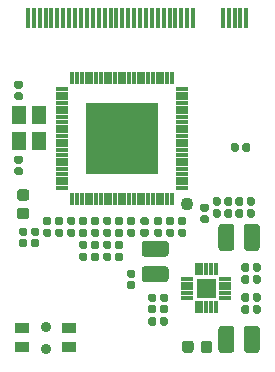
<source format=gbr>
%TF.GenerationSoftware,KiCad,Pcbnew,(5.1.6)-1*%
%TF.CreationDate,2020-09-21T21:17:43+08:00*%
%TF.ProjectId,f1c200s_core,66316332-3030-4735-9f63-6f72652e6b69,rev?*%
%TF.SameCoordinates,Original*%
%TF.FileFunction,Soldermask,Top*%
%TF.FilePolarity,Negative*%
%FSLAX46Y46*%
G04 Gerber Fmt 4.6, Leading zero omitted, Abs format (unit mm)*
G04 Created by KiCad (PCBNEW (5.1.6)-1) date 2020-09-21 21:17:43*
%MOMM*%
%LPD*%
G01*
G04 APERTURE LIST*
%ADD10C,1.100000*%
%ADD11R,0.450000X1.700000*%
%ADD12C,0.900000*%
%ADD13R,1.300000X0.900000*%
%ADD14R,1.300000X1.500000*%
%ADD15C,2.600000*%
%ADD16R,3.100000X3.100000*%
%ADD17O,0.360000X1.100000*%
%ADD18O,1.100000X0.360000*%
%ADD19O,1.100000X0.400000*%
%ADD20O,0.400000X1.100000*%
%ADD21R,0.850000X0.850000*%
%ADD22C,1.300000*%
G04 APERTURE END LIST*
D10*
%TO.C,TP2*%
X105361000Y-64218000D03*
%TD*%
D11*
%TO.C,NGFF*%
X102420000Y-48470000D03*
X103420000Y-48470000D03*
X102920000Y-48470000D03*
X103920000Y-48470000D03*
X104420000Y-48470000D03*
X104920000Y-48470000D03*
X105420000Y-48470000D03*
X105920000Y-48470000D03*
X101920000Y-48470000D03*
X110420000Y-48470000D03*
X109920000Y-48470000D03*
X109420000Y-48470000D03*
X108920000Y-48470000D03*
X108420000Y-48470000D03*
X101420000Y-48470000D03*
X100920000Y-48470000D03*
X100420000Y-48470000D03*
X99920000Y-48470000D03*
X99420000Y-48470000D03*
X98920000Y-48470000D03*
X98420000Y-48470000D03*
X97920000Y-48470000D03*
X97420000Y-48470000D03*
X96920000Y-48470000D03*
X96420000Y-48470000D03*
X95920000Y-48470000D03*
X95420000Y-48470000D03*
X94920000Y-48470000D03*
X94420000Y-48470000D03*
X93920000Y-48470000D03*
X93420000Y-48470000D03*
X92920000Y-48470000D03*
X92420000Y-48470000D03*
X91920000Y-48470000D03*
%TD*%
%TO.C,R18*%
G36*
G01*
X103778000Y-73926500D02*
X103778000Y-74321500D01*
G75*
G02*
X103605500Y-74494000I-172500J0D01*
G01*
X103260500Y-74494000D01*
G75*
G02*
X103088000Y-74321500I0J172500D01*
G01*
X103088000Y-73926500D01*
G75*
G02*
X103260500Y-73754000I172500J0D01*
G01*
X103605500Y-73754000D01*
G75*
G02*
X103778000Y-73926500I0J-172500D01*
G01*
G37*
G36*
G01*
X102808000Y-73926500D02*
X102808000Y-74321500D01*
G75*
G02*
X102635500Y-74494000I-172500J0D01*
G01*
X102290500Y-74494000D01*
G75*
G02*
X102118000Y-74321500I0J172500D01*
G01*
X102118000Y-73926500D01*
G75*
G02*
X102290500Y-73754000I172500J0D01*
G01*
X102635500Y-73754000D01*
G75*
G02*
X102808000Y-73926500I0J-172500D01*
G01*
G37*
%TD*%
%TO.C,D2*%
G36*
G01*
X107525000Y-76001750D02*
X107525000Y-76564250D01*
G75*
G02*
X107281250Y-76808000I-243750J0D01*
G01*
X106793750Y-76808000D01*
G75*
G02*
X106550000Y-76564250I0J243750D01*
G01*
X106550000Y-76001750D01*
G75*
G02*
X106793750Y-75758000I243750J0D01*
G01*
X107281250Y-75758000D01*
G75*
G02*
X107525000Y-76001750I0J-243750D01*
G01*
G37*
G36*
G01*
X105950000Y-76001750D02*
X105950000Y-76564250D01*
G75*
G02*
X105706250Y-76808000I-243750J0D01*
G01*
X105218750Y-76808000D01*
G75*
G02*
X104975000Y-76564250I0J243750D01*
G01*
X104975000Y-76001750D01*
G75*
G02*
X105218750Y-75758000I243750J0D01*
G01*
X105706250Y-75758000D01*
G75*
G02*
X105950000Y-76001750I0J-243750D01*
G01*
G37*
%TD*%
%TO.C,D1*%
G36*
G01*
X91236750Y-62943000D02*
X91799250Y-62943000D01*
G75*
G02*
X92043000Y-63186750I0J-243750D01*
G01*
X92043000Y-63674250D01*
G75*
G02*
X91799250Y-63918000I-243750J0D01*
G01*
X91236750Y-63918000D01*
G75*
G02*
X90993000Y-63674250I0J243750D01*
G01*
X90993000Y-63186750D01*
G75*
G02*
X91236750Y-62943000I243750J0D01*
G01*
G37*
G36*
G01*
X91236750Y-64518000D02*
X91799250Y-64518000D01*
G75*
G02*
X92043000Y-64761750I0J-243750D01*
G01*
X92043000Y-65249250D01*
G75*
G02*
X91799250Y-65493000I-243750J0D01*
G01*
X91236750Y-65493000D01*
G75*
G02*
X90993000Y-65249250I0J243750D01*
G01*
X90993000Y-64761750D01*
G75*
G02*
X91236750Y-64518000I243750J0D01*
G01*
G37*
%TD*%
D12*
%TO.C,SW1*%
X93423000Y-74621000D03*
X93423000Y-76421000D03*
D13*
X91423000Y-76321000D03*
X95423000Y-76321000D03*
X91423000Y-74721000D03*
X95423000Y-74721000D03*
%TD*%
D14*
%TO.C,Y1*%
X92876000Y-58841000D03*
X92876000Y-56641000D03*
X91176000Y-56641000D03*
X91176000Y-58841000D03*
%TD*%
D15*
%TO.C,U3*%
X99900000Y-58630000D03*
D16*
X98400000Y-57130000D03*
X98400000Y-60130000D03*
X101400000Y-57130000D03*
X101400000Y-60130000D03*
D17*
X104100000Y-63730000D03*
X103700000Y-63730000D03*
X103300000Y-63730000D03*
X102900000Y-63730000D03*
X102500000Y-63730000D03*
X102100000Y-63730000D03*
X101700000Y-63730000D03*
X101300000Y-63730000D03*
X100900000Y-63730000D03*
X100500000Y-63730000D03*
X100100000Y-63730000D03*
X99700000Y-63730000D03*
X99300000Y-63730000D03*
X98900000Y-63730000D03*
X98500000Y-63730000D03*
X98100000Y-63730000D03*
X97700000Y-63730000D03*
X97300000Y-63730000D03*
X96900000Y-63730000D03*
X96500000Y-63730000D03*
X96100000Y-63730000D03*
X95700000Y-63730000D03*
D18*
X94800000Y-62830000D03*
X94800000Y-62430000D03*
X94800000Y-62030000D03*
X94800000Y-61630000D03*
X94800000Y-61230000D03*
X94800000Y-60830000D03*
X94800000Y-60430000D03*
X94800000Y-60030000D03*
X94800000Y-59630000D03*
X94800000Y-59230000D03*
X94800000Y-58830000D03*
X94800000Y-58430000D03*
X94800000Y-58030000D03*
X94800000Y-57630000D03*
X94800000Y-57230000D03*
X94800000Y-56830000D03*
X94800000Y-56430000D03*
X94800000Y-56030000D03*
X94800000Y-55630000D03*
X94800000Y-55230000D03*
X94800000Y-54830000D03*
X94800000Y-54430000D03*
D17*
X95700000Y-53530000D03*
X96100000Y-53530000D03*
X96500000Y-53530000D03*
X96900000Y-53530000D03*
X97300000Y-53530000D03*
X97700000Y-53530000D03*
X98100000Y-53530000D03*
X98500000Y-53530000D03*
X98900000Y-53530000D03*
X99300000Y-53530000D03*
X99700000Y-53530000D03*
X100100000Y-53530000D03*
X100500000Y-53530000D03*
X100900000Y-53530000D03*
X101300000Y-53530000D03*
X101700000Y-53530000D03*
X102100000Y-53530000D03*
X102500000Y-53530000D03*
X102900000Y-53530000D03*
X103300000Y-53530000D03*
X103700000Y-53530000D03*
X104100000Y-53530000D03*
D18*
X105000000Y-54430000D03*
X105000000Y-54830000D03*
X105000000Y-55230000D03*
X105000000Y-55630000D03*
X105000000Y-56030000D03*
X105000000Y-56430000D03*
X105000000Y-56830000D03*
X105000000Y-57230000D03*
X105000000Y-57630000D03*
X105000000Y-58030000D03*
X105000000Y-58430000D03*
X105000000Y-58830000D03*
X105000000Y-59230000D03*
X105000000Y-59630000D03*
X105000000Y-60030000D03*
X105000000Y-60430000D03*
X105000000Y-60830000D03*
X105000000Y-61230000D03*
X105000000Y-61630000D03*
X105000000Y-62030000D03*
X105000000Y-62430000D03*
X105000000Y-62830000D03*
%TD*%
D19*
%TO.C,U2*%
X108612000Y-72130000D03*
X108612000Y-71730000D03*
X108612000Y-71330000D03*
X108612000Y-70930000D03*
X108612000Y-70530000D03*
D20*
X107812000Y-69730000D03*
X107412000Y-69730000D03*
X107012000Y-69730000D03*
X106612000Y-69730000D03*
X106212000Y-69730000D03*
D19*
X105412000Y-70530000D03*
X105412000Y-70930000D03*
X105412000Y-71330000D03*
X105412000Y-71730000D03*
X105412000Y-72130000D03*
D20*
X106212000Y-72930000D03*
X106612000Y-72930000D03*
X107012000Y-72930000D03*
X107412000Y-72930000D03*
X107812000Y-72930000D03*
D21*
X107387000Y-71705000D03*
X107387000Y-70955000D03*
X106637000Y-71705000D03*
X106637000Y-70955000D03*
D22*
X107012000Y-71330000D03*
%TD*%
%TO.C,R15*%
G36*
G01*
X98308000Y-67844500D02*
X98308000Y-67449500D01*
G75*
G02*
X98480500Y-67277000I172500J0D01*
G01*
X98825500Y-67277000D01*
G75*
G02*
X98998000Y-67449500I0J-172500D01*
G01*
X98998000Y-67844500D01*
G75*
G02*
X98825500Y-68017000I-172500J0D01*
G01*
X98480500Y-68017000D01*
G75*
G02*
X98308000Y-67844500I0J172500D01*
G01*
G37*
G36*
G01*
X99278000Y-67844500D02*
X99278000Y-67449500D01*
G75*
G02*
X99450500Y-67277000I172500J0D01*
G01*
X99795500Y-67277000D01*
G75*
G02*
X99968000Y-67449500I0J-172500D01*
G01*
X99968000Y-67844500D01*
G75*
G02*
X99795500Y-68017000I-172500J0D01*
G01*
X99450500Y-68017000D01*
G75*
G02*
X99278000Y-67844500I0J172500D01*
G01*
G37*
%TD*%
%TO.C,R14*%
G36*
G01*
X103766500Y-65293000D02*
X104161500Y-65293000D01*
G75*
G02*
X104334000Y-65465500I0J-172500D01*
G01*
X104334000Y-65810500D01*
G75*
G02*
X104161500Y-65983000I-172500J0D01*
G01*
X103766500Y-65983000D01*
G75*
G02*
X103594000Y-65810500I0J172500D01*
G01*
X103594000Y-65465500D01*
G75*
G02*
X103766500Y-65293000I172500J0D01*
G01*
G37*
G36*
G01*
X103766500Y-66263000D02*
X104161500Y-66263000D01*
G75*
G02*
X104334000Y-66435500I0J-172500D01*
G01*
X104334000Y-66780500D01*
G75*
G02*
X104161500Y-66953000I-172500J0D01*
G01*
X103766500Y-66953000D01*
G75*
G02*
X103594000Y-66780500I0J172500D01*
G01*
X103594000Y-66435500D01*
G75*
G02*
X103766500Y-66263000I172500J0D01*
G01*
G37*
%TD*%
%TO.C,R13*%
G36*
G01*
X91320500Y-66182000D02*
X91715500Y-66182000D01*
G75*
G02*
X91888000Y-66354500I0J-172500D01*
G01*
X91888000Y-66699500D01*
G75*
G02*
X91715500Y-66872000I-172500J0D01*
G01*
X91320500Y-66872000D01*
G75*
G02*
X91148000Y-66699500I0J172500D01*
G01*
X91148000Y-66354500D01*
G75*
G02*
X91320500Y-66182000I172500J0D01*
G01*
G37*
G36*
G01*
X91320500Y-67152000D02*
X91715500Y-67152000D01*
G75*
G02*
X91888000Y-67324500I0J-172500D01*
G01*
X91888000Y-67669500D01*
G75*
G02*
X91715500Y-67842000I-172500J0D01*
G01*
X91320500Y-67842000D01*
G75*
G02*
X91148000Y-67669500I0J172500D01*
G01*
X91148000Y-67324500D01*
G75*
G02*
X91320500Y-67152000I172500J0D01*
G01*
G37*
%TD*%
%TO.C,R12*%
G36*
G01*
X95260000Y-65812500D02*
X95260000Y-65417500D01*
G75*
G02*
X95432500Y-65245000I172500J0D01*
G01*
X95777500Y-65245000D01*
G75*
G02*
X95950000Y-65417500I0J-172500D01*
G01*
X95950000Y-65812500D01*
G75*
G02*
X95777500Y-65985000I-172500J0D01*
G01*
X95432500Y-65985000D01*
G75*
G02*
X95260000Y-65812500I0J172500D01*
G01*
G37*
G36*
G01*
X96230000Y-65812500D02*
X96230000Y-65417500D01*
G75*
G02*
X96402500Y-65245000I172500J0D01*
G01*
X96747500Y-65245000D01*
G75*
G02*
X96920000Y-65417500I0J-172500D01*
G01*
X96920000Y-65812500D01*
G75*
G02*
X96747500Y-65985000I-172500J0D01*
G01*
X96402500Y-65985000D01*
G75*
G02*
X96230000Y-65812500I0J172500D01*
G01*
G37*
%TD*%
%TO.C,R11*%
G36*
G01*
X96920000Y-66433500D02*
X96920000Y-66828500D01*
G75*
G02*
X96747500Y-67001000I-172500J0D01*
G01*
X96402500Y-67001000D01*
G75*
G02*
X96230000Y-66828500I0J172500D01*
G01*
X96230000Y-66433500D01*
G75*
G02*
X96402500Y-66261000I172500J0D01*
G01*
X96747500Y-66261000D01*
G75*
G02*
X96920000Y-66433500I0J-172500D01*
G01*
G37*
G36*
G01*
X95950000Y-66433500D02*
X95950000Y-66828500D01*
G75*
G02*
X95777500Y-67001000I-172500J0D01*
G01*
X95432500Y-67001000D01*
G75*
G02*
X95260000Y-66828500I0J172500D01*
G01*
X95260000Y-66433500D01*
G75*
G02*
X95432500Y-66261000I172500J0D01*
G01*
X95777500Y-66261000D01*
G75*
G02*
X95950000Y-66433500I0J-172500D01*
G01*
G37*
%TD*%
%TO.C,R10*%
G36*
G01*
X98308000Y-68860500D02*
X98308000Y-68465500D01*
G75*
G02*
X98480500Y-68293000I172500J0D01*
G01*
X98825500Y-68293000D01*
G75*
G02*
X98998000Y-68465500I0J-172500D01*
G01*
X98998000Y-68860500D01*
G75*
G02*
X98825500Y-69033000I-172500J0D01*
G01*
X98480500Y-69033000D01*
G75*
G02*
X98308000Y-68860500I0J172500D01*
G01*
G37*
G36*
G01*
X99278000Y-68860500D02*
X99278000Y-68465500D01*
G75*
G02*
X99450500Y-68293000I172500J0D01*
G01*
X99795500Y-68293000D01*
G75*
G02*
X99968000Y-68465500I0J-172500D01*
G01*
X99968000Y-68860500D01*
G75*
G02*
X99795500Y-69033000I-172500J0D01*
G01*
X99450500Y-69033000D01*
G75*
G02*
X99278000Y-68860500I0J172500D01*
G01*
G37*
%TD*%
%TO.C,R7*%
G36*
G01*
X109992000Y-73305500D02*
X109992000Y-72910500D01*
G75*
G02*
X110164500Y-72738000I172500J0D01*
G01*
X110509500Y-72738000D01*
G75*
G02*
X110682000Y-72910500I0J-172500D01*
G01*
X110682000Y-73305500D01*
G75*
G02*
X110509500Y-73478000I-172500J0D01*
G01*
X110164500Y-73478000D01*
G75*
G02*
X109992000Y-73305500I0J172500D01*
G01*
G37*
G36*
G01*
X110962000Y-73305500D02*
X110962000Y-72910500D01*
G75*
G02*
X111134500Y-72738000I172500J0D01*
G01*
X111479500Y-72738000D01*
G75*
G02*
X111652000Y-72910500I0J-172500D01*
G01*
X111652000Y-73305500D01*
G75*
G02*
X111479500Y-73478000I-172500J0D01*
G01*
X111134500Y-73478000D01*
G75*
G02*
X110962000Y-73305500I0J172500D01*
G01*
G37*
%TD*%
%TO.C,R6*%
G36*
G01*
X109992000Y-69749500D02*
X109992000Y-69354500D01*
G75*
G02*
X110164500Y-69182000I172500J0D01*
G01*
X110509500Y-69182000D01*
G75*
G02*
X110682000Y-69354500I0J-172500D01*
G01*
X110682000Y-69749500D01*
G75*
G02*
X110509500Y-69922000I-172500J0D01*
G01*
X110164500Y-69922000D01*
G75*
G02*
X109992000Y-69749500I0J172500D01*
G01*
G37*
G36*
G01*
X110962000Y-69749500D02*
X110962000Y-69354500D01*
G75*
G02*
X111134500Y-69182000I172500J0D01*
G01*
X111479500Y-69182000D01*
G75*
G02*
X111652000Y-69354500I0J-172500D01*
G01*
X111652000Y-69749500D01*
G75*
G02*
X111479500Y-69922000I-172500J0D01*
G01*
X111134500Y-69922000D01*
G75*
G02*
X110962000Y-69749500I0J172500D01*
G01*
G37*
%TD*%
%TO.C,R5*%
G36*
G01*
X102242500Y-71770000D02*
X102637500Y-71770000D01*
G75*
G02*
X102810000Y-71942500I0J-172500D01*
G01*
X102810000Y-72287500D01*
G75*
G02*
X102637500Y-72460000I-172500J0D01*
G01*
X102242500Y-72460000D01*
G75*
G02*
X102070000Y-72287500I0J172500D01*
G01*
X102070000Y-71942500D01*
G75*
G02*
X102242500Y-71770000I172500J0D01*
G01*
G37*
G36*
G01*
X102242500Y-72740000D02*
X102637500Y-72740000D01*
G75*
G02*
X102810000Y-72912500I0J-172500D01*
G01*
X102810000Y-73257500D01*
G75*
G02*
X102637500Y-73430000I-172500J0D01*
G01*
X102242500Y-73430000D01*
G75*
G02*
X102070000Y-73257500I0J172500D01*
G01*
X102070000Y-72912500D01*
G75*
G02*
X102242500Y-72740000I172500J0D01*
G01*
G37*
%TD*%
%TO.C,R3*%
G36*
G01*
X111652000Y-71894500D02*
X111652000Y-72289500D01*
G75*
G02*
X111479500Y-72462000I-172500J0D01*
G01*
X111134500Y-72462000D01*
G75*
G02*
X110962000Y-72289500I0J172500D01*
G01*
X110962000Y-71894500D01*
G75*
G02*
X111134500Y-71722000I172500J0D01*
G01*
X111479500Y-71722000D01*
G75*
G02*
X111652000Y-71894500I0J-172500D01*
G01*
G37*
G36*
G01*
X110682000Y-71894500D02*
X110682000Y-72289500D01*
G75*
G02*
X110509500Y-72462000I-172500J0D01*
G01*
X110164500Y-72462000D01*
G75*
G02*
X109992000Y-72289500I0J172500D01*
G01*
X109992000Y-71894500D01*
G75*
G02*
X110164500Y-71722000I172500J0D01*
G01*
X110509500Y-71722000D01*
G75*
G02*
X110682000Y-71894500I0J-172500D01*
G01*
G37*
%TD*%
%TO.C,R2*%
G36*
G01*
X111652000Y-70370500D02*
X111652000Y-70765500D01*
G75*
G02*
X111479500Y-70938000I-172500J0D01*
G01*
X111134500Y-70938000D01*
G75*
G02*
X110962000Y-70765500I0J172500D01*
G01*
X110962000Y-70370500D01*
G75*
G02*
X111134500Y-70198000I172500J0D01*
G01*
X111479500Y-70198000D01*
G75*
G02*
X111652000Y-70370500I0J-172500D01*
G01*
G37*
G36*
G01*
X110682000Y-70370500D02*
X110682000Y-70765500D01*
G75*
G02*
X110509500Y-70938000I-172500J0D01*
G01*
X110164500Y-70938000D01*
G75*
G02*
X109992000Y-70765500I0J172500D01*
G01*
X109992000Y-70370500D01*
G75*
G02*
X110164500Y-70198000I172500J0D01*
G01*
X110509500Y-70198000D01*
G75*
G02*
X110682000Y-70370500I0J-172500D01*
G01*
G37*
%TD*%
%TO.C,R1*%
G36*
G01*
X103653500Y-73430000D02*
X103258500Y-73430000D01*
G75*
G02*
X103086000Y-73257500I0J172500D01*
G01*
X103086000Y-72912500D01*
G75*
G02*
X103258500Y-72740000I172500J0D01*
G01*
X103653500Y-72740000D01*
G75*
G02*
X103826000Y-72912500I0J-172500D01*
G01*
X103826000Y-73257500D01*
G75*
G02*
X103653500Y-73430000I-172500J0D01*
G01*
G37*
G36*
G01*
X103653500Y-72460000D02*
X103258500Y-72460000D01*
G75*
G02*
X103086000Y-72287500I0J172500D01*
G01*
X103086000Y-71942500D01*
G75*
G02*
X103258500Y-71770000I172500J0D01*
G01*
X103653500Y-71770000D01*
G75*
G02*
X103826000Y-71942500I0J-172500D01*
G01*
X103826000Y-72287500D01*
G75*
G02*
X103653500Y-72460000I-172500J0D01*
G01*
G37*
%TD*%
%TO.C,L3*%
G36*
G01*
X111556000Y-74768000D02*
X111556000Y-76528000D01*
G75*
G02*
X111286000Y-76798000I-270000J0D01*
G01*
X110476000Y-76798000D01*
G75*
G02*
X110206000Y-76528000I0J270000D01*
G01*
X110206000Y-74768000D01*
G75*
G02*
X110476000Y-74498000I270000J0D01*
G01*
X111286000Y-74498000D01*
G75*
G02*
X111556000Y-74768000I0J-270000D01*
G01*
G37*
G36*
G01*
X109406000Y-74768000D02*
X109406000Y-76528000D01*
G75*
G02*
X109136000Y-76798000I-270000J0D01*
G01*
X108326000Y-76798000D01*
G75*
G02*
X108056000Y-76528000I0J270000D01*
G01*
X108056000Y-74768000D01*
G75*
G02*
X108326000Y-74498000I270000J0D01*
G01*
X109136000Y-74498000D01*
G75*
G02*
X109406000Y-74768000I0J-270000D01*
G01*
G37*
%TD*%
%TO.C,L2*%
G36*
G01*
X111556000Y-66132000D02*
X111556000Y-67892000D01*
G75*
G02*
X111286000Y-68162000I-270000J0D01*
G01*
X110476000Y-68162000D01*
G75*
G02*
X110206000Y-67892000I0J270000D01*
G01*
X110206000Y-66132000D01*
G75*
G02*
X110476000Y-65862000I270000J0D01*
G01*
X111286000Y-65862000D01*
G75*
G02*
X111556000Y-66132000I0J-270000D01*
G01*
G37*
G36*
G01*
X109406000Y-66132000D02*
X109406000Y-67892000D01*
G75*
G02*
X109136000Y-68162000I-270000J0D01*
G01*
X108326000Y-68162000D01*
G75*
G02*
X108056000Y-67892000I0J270000D01*
G01*
X108056000Y-66132000D01*
G75*
G02*
X108326000Y-65862000I270000J0D01*
G01*
X109136000Y-65862000D01*
G75*
G02*
X109406000Y-66132000I0J-270000D01*
G01*
G37*
%TD*%
%TO.C,L1*%
G36*
G01*
X103574000Y-70794000D02*
X101814000Y-70794000D01*
G75*
G02*
X101544000Y-70524000I0J270000D01*
G01*
X101544000Y-69714000D01*
G75*
G02*
X101814000Y-69444000I270000J0D01*
G01*
X103574000Y-69444000D01*
G75*
G02*
X103844000Y-69714000I0J-270000D01*
G01*
X103844000Y-70524000D01*
G75*
G02*
X103574000Y-70794000I-270000J0D01*
G01*
G37*
G36*
G01*
X103574000Y-68644000D02*
X101814000Y-68644000D01*
G75*
G02*
X101544000Y-68374000I0J270000D01*
G01*
X101544000Y-67564000D01*
G75*
G02*
X101814000Y-67294000I270000J0D01*
G01*
X103574000Y-67294000D01*
G75*
G02*
X103844000Y-67564000I0J-270000D01*
G01*
X103844000Y-68374000D01*
G75*
G02*
X103574000Y-68644000I-270000J0D01*
G01*
G37*
%TD*%
%TO.C,C33*%
G36*
G01*
X106687500Y-64150000D02*
X107082500Y-64150000D01*
G75*
G02*
X107255000Y-64322500I0J-172500D01*
G01*
X107255000Y-64667500D01*
G75*
G02*
X107082500Y-64840000I-172500J0D01*
G01*
X106687500Y-64840000D01*
G75*
G02*
X106515000Y-64667500I0J172500D01*
G01*
X106515000Y-64322500D01*
G75*
G02*
X106687500Y-64150000I172500J0D01*
G01*
G37*
G36*
G01*
X106687500Y-65120000D02*
X107082500Y-65120000D01*
G75*
G02*
X107255000Y-65292500I0J-172500D01*
G01*
X107255000Y-65637500D01*
G75*
G02*
X107082500Y-65810000I-172500J0D01*
G01*
X106687500Y-65810000D01*
G75*
G02*
X106515000Y-65637500I0J172500D01*
G01*
X106515000Y-65292500D01*
G75*
G02*
X106687500Y-65120000I172500J0D01*
G01*
G37*
%TD*%
%TO.C,C32*%
G36*
G01*
X104782500Y-65293000D02*
X105177500Y-65293000D01*
G75*
G02*
X105350000Y-65465500I0J-172500D01*
G01*
X105350000Y-65810500D01*
G75*
G02*
X105177500Y-65983000I-172500J0D01*
G01*
X104782500Y-65983000D01*
G75*
G02*
X104610000Y-65810500I0J172500D01*
G01*
X104610000Y-65465500D01*
G75*
G02*
X104782500Y-65293000I172500J0D01*
G01*
G37*
G36*
G01*
X104782500Y-66263000D02*
X105177500Y-66263000D01*
G75*
G02*
X105350000Y-66435500I0J-172500D01*
G01*
X105350000Y-66780500D01*
G75*
G02*
X105177500Y-66953000I-172500J0D01*
G01*
X104782500Y-66953000D01*
G75*
G02*
X104610000Y-66780500I0J172500D01*
G01*
X104610000Y-66435500D01*
G75*
G02*
X104782500Y-66263000I172500J0D01*
G01*
G37*
%TD*%
%TO.C,C31*%
G36*
G01*
X99968000Y-65417500D02*
X99968000Y-65812500D01*
G75*
G02*
X99795500Y-65985000I-172500J0D01*
G01*
X99450500Y-65985000D01*
G75*
G02*
X99278000Y-65812500I0J172500D01*
G01*
X99278000Y-65417500D01*
G75*
G02*
X99450500Y-65245000I172500J0D01*
G01*
X99795500Y-65245000D01*
G75*
G02*
X99968000Y-65417500I0J-172500D01*
G01*
G37*
G36*
G01*
X98998000Y-65417500D02*
X98998000Y-65812500D01*
G75*
G02*
X98825500Y-65985000I-172500J0D01*
G01*
X98480500Y-65985000D01*
G75*
G02*
X98308000Y-65812500I0J172500D01*
G01*
X98308000Y-65417500D01*
G75*
G02*
X98480500Y-65245000I172500J0D01*
G01*
X98825500Y-65245000D01*
G75*
G02*
X98998000Y-65417500I0J-172500D01*
G01*
G37*
%TD*%
%TO.C,C30*%
G36*
G01*
X100464500Y-65293000D02*
X100859500Y-65293000D01*
G75*
G02*
X101032000Y-65465500I0J-172500D01*
G01*
X101032000Y-65810500D01*
G75*
G02*
X100859500Y-65983000I-172500J0D01*
G01*
X100464500Y-65983000D01*
G75*
G02*
X100292000Y-65810500I0J172500D01*
G01*
X100292000Y-65465500D01*
G75*
G02*
X100464500Y-65293000I172500J0D01*
G01*
G37*
G36*
G01*
X100464500Y-66263000D02*
X100859500Y-66263000D01*
G75*
G02*
X101032000Y-66435500I0J-172500D01*
G01*
X101032000Y-66780500D01*
G75*
G02*
X100859500Y-66953000I-172500J0D01*
G01*
X100464500Y-66953000D01*
G75*
G02*
X100292000Y-66780500I0J172500D01*
G01*
X100292000Y-66435500D01*
G75*
G02*
X100464500Y-66263000I172500J0D01*
G01*
G37*
%TD*%
%TO.C,C29*%
G36*
G01*
X99968000Y-66433500D02*
X99968000Y-66828500D01*
G75*
G02*
X99795500Y-67001000I-172500J0D01*
G01*
X99450500Y-67001000D01*
G75*
G02*
X99278000Y-66828500I0J172500D01*
G01*
X99278000Y-66433500D01*
G75*
G02*
X99450500Y-66261000I172500J0D01*
G01*
X99795500Y-66261000D01*
G75*
G02*
X99968000Y-66433500I0J-172500D01*
G01*
G37*
G36*
G01*
X98998000Y-66433500D02*
X98998000Y-66828500D01*
G75*
G02*
X98825500Y-67001000I-172500J0D01*
G01*
X98480500Y-67001000D01*
G75*
G02*
X98308000Y-66828500I0J172500D01*
G01*
X98308000Y-66433500D01*
G75*
G02*
X98480500Y-66261000I172500J0D01*
G01*
X98825500Y-66261000D01*
G75*
G02*
X98998000Y-66433500I0J-172500D01*
G01*
G37*
%TD*%
%TO.C,C28*%
G36*
G01*
X102750500Y-65293000D02*
X103145500Y-65293000D01*
G75*
G02*
X103318000Y-65465500I0J-172500D01*
G01*
X103318000Y-65810500D01*
G75*
G02*
X103145500Y-65983000I-172500J0D01*
G01*
X102750500Y-65983000D01*
G75*
G02*
X102578000Y-65810500I0J172500D01*
G01*
X102578000Y-65465500D01*
G75*
G02*
X102750500Y-65293000I172500J0D01*
G01*
G37*
G36*
G01*
X102750500Y-66263000D02*
X103145500Y-66263000D01*
G75*
G02*
X103318000Y-66435500I0J-172500D01*
G01*
X103318000Y-66780500D01*
G75*
G02*
X103145500Y-66953000I-172500J0D01*
G01*
X102750500Y-66953000D01*
G75*
G02*
X102578000Y-66780500I0J172500D01*
G01*
X102578000Y-66435500D01*
G75*
G02*
X102750500Y-66263000I172500J0D01*
G01*
G37*
%TD*%
%TO.C,C27*%
G36*
G01*
X91334500Y-61746000D02*
X90939500Y-61746000D01*
G75*
G02*
X90767000Y-61573500I0J172500D01*
G01*
X90767000Y-61228500D01*
G75*
G02*
X90939500Y-61056000I172500J0D01*
G01*
X91334500Y-61056000D01*
G75*
G02*
X91507000Y-61228500I0J-172500D01*
G01*
X91507000Y-61573500D01*
G75*
G02*
X91334500Y-61746000I-172500J0D01*
G01*
G37*
G36*
G01*
X91334500Y-60776000D02*
X90939500Y-60776000D01*
G75*
G02*
X90767000Y-60603500I0J172500D01*
G01*
X90767000Y-60258500D01*
G75*
G02*
X90939500Y-60086000I172500J0D01*
G01*
X91334500Y-60086000D01*
G75*
G02*
X91507000Y-60258500I0J-172500D01*
G01*
X91507000Y-60603500D01*
G75*
G02*
X91334500Y-60776000I-172500J0D01*
G01*
G37*
%TD*%
%TO.C,C26*%
G36*
G01*
X101607500Y-65293000D02*
X102002500Y-65293000D01*
G75*
G02*
X102175000Y-65465500I0J-172500D01*
G01*
X102175000Y-65810500D01*
G75*
G02*
X102002500Y-65983000I-172500J0D01*
G01*
X101607500Y-65983000D01*
G75*
G02*
X101435000Y-65810500I0J172500D01*
G01*
X101435000Y-65465500D01*
G75*
G02*
X101607500Y-65293000I172500J0D01*
G01*
G37*
G36*
G01*
X101607500Y-66263000D02*
X102002500Y-66263000D01*
G75*
G02*
X102175000Y-66435500I0J-172500D01*
G01*
X102175000Y-66780500D01*
G75*
G02*
X102002500Y-66953000I-172500J0D01*
G01*
X101607500Y-66953000D01*
G75*
G02*
X101435000Y-66780500I0J172500D01*
G01*
X101435000Y-66435500D01*
G75*
G02*
X101607500Y-66263000I172500J0D01*
G01*
G37*
%TD*%
%TO.C,C25*%
G36*
G01*
X109103000Y-59589500D02*
X109103000Y-59194500D01*
G75*
G02*
X109275500Y-59022000I172500J0D01*
G01*
X109620500Y-59022000D01*
G75*
G02*
X109793000Y-59194500I0J-172500D01*
G01*
X109793000Y-59589500D01*
G75*
G02*
X109620500Y-59762000I-172500J0D01*
G01*
X109275500Y-59762000D01*
G75*
G02*
X109103000Y-59589500I0J172500D01*
G01*
G37*
G36*
G01*
X110073000Y-59589500D02*
X110073000Y-59194500D01*
G75*
G02*
X110245500Y-59022000I172500J0D01*
G01*
X110590500Y-59022000D01*
G75*
G02*
X110763000Y-59194500I0J-172500D01*
G01*
X110763000Y-59589500D01*
G75*
G02*
X110590500Y-59762000I-172500J0D01*
G01*
X110245500Y-59762000D01*
G75*
G02*
X110073000Y-59589500I0J172500D01*
G01*
G37*
%TD*%
%TO.C,C24*%
G36*
G01*
X91334500Y-55396000D02*
X90939500Y-55396000D01*
G75*
G02*
X90767000Y-55223500I0J172500D01*
G01*
X90767000Y-54878500D01*
G75*
G02*
X90939500Y-54706000I172500J0D01*
G01*
X91334500Y-54706000D01*
G75*
G02*
X91507000Y-54878500I0J-172500D01*
G01*
X91507000Y-55223500D01*
G75*
G02*
X91334500Y-55396000I-172500J0D01*
G01*
G37*
G36*
G01*
X91334500Y-54426000D02*
X90939500Y-54426000D01*
G75*
G02*
X90767000Y-54253500I0J172500D01*
G01*
X90767000Y-53908500D01*
G75*
G02*
X90939500Y-53736000I172500J0D01*
G01*
X91334500Y-53736000D01*
G75*
G02*
X91507000Y-53908500I0J-172500D01*
G01*
X91507000Y-54253500D01*
G75*
G02*
X91334500Y-54426000I-172500J0D01*
G01*
G37*
%TD*%
%TO.C,C23*%
G36*
G01*
X107579000Y-64161500D02*
X107579000Y-63766500D01*
G75*
G02*
X107751500Y-63594000I172500J0D01*
G01*
X108096500Y-63594000D01*
G75*
G02*
X108269000Y-63766500I0J-172500D01*
G01*
X108269000Y-64161500D01*
G75*
G02*
X108096500Y-64334000I-172500J0D01*
G01*
X107751500Y-64334000D01*
G75*
G02*
X107579000Y-64161500I0J172500D01*
G01*
G37*
G36*
G01*
X108549000Y-64161500D02*
X108549000Y-63766500D01*
G75*
G02*
X108721500Y-63594000I172500J0D01*
G01*
X109066500Y-63594000D01*
G75*
G02*
X109239000Y-63766500I0J-172500D01*
G01*
X109239000Y-64161500D01*
G75*
G02*
X109066500Y-64334000I-172500J0D01*
G01*
X108721500Y-64334000D01*
G75*
G02*
X108549000Y-64161500I0J172500D01*
G01*
G37*
%TD*%
%TO.C,C21*%
G36*
G01*
X107579000Y-65177500D02*
X107579000Y-64782500D01*
G75*
G02*
X107751500Y-64610000I172500J0D01*
G01*
X108096500Y-64610000D01*
G75*
G02*
X108269000Y-64782500I0J-172500D01*
G01*
X108269000Y-65177500D01*
G75*
G02*
X108096500Y-65350000I-172500J0D01*
G01*
X107751500Y-65350000D01*
G75*
G02*
X107579000Y-65177500I0J172500D01*
G01*
G37*
G36*
G01*
X108549000Y-65177500D02*
X108549000Y-64782500D01*
G75*
G02*
X108721500Y-64610000I172500J0D01*
G01*
X109066500Y-64610000D01*
G75*
G02*
X109239000Y-64782500I0J-172500D01*
G01*
X109239000Y-65177500D01*
G75*
G02*
X109066500Y-65350000I-172500J0D01*
G01*
X108721500Y-65350000D01*
G75*
G02*
X108549000Y-65177500I0J172500D01*
G01*
G37*
%TD*%
%TO.C,C15*%
G36*
G01*
X96276000Y-67844500D02*
X96276000Y-67449500D01*
G75*
G02*
X96448500Y-67277000I172500J0D01*
G01*
X96793500Y-67277000D01*
G75*
G02*
X96966000Y-67449500I0J-172500D01*
G01*
X96966000Y-67844500D01*
G75*
G02*
X96793500Y-68017000I-172500J0D01*
G01*
X96448500Y-68017000D01*
G75*
G02*
X96276000Y-67844500I0J172500D01*
G01*
G37*
G36*
G01*
X97246000Y-67844500D02*
X97246000Y-67449500D01*
G75*
G02*
X97418500Y-67277000I172500J0D01*
G01*
X97763500Y-67277000D01*
G75*
G02*
X97936000Y-67449500I0J-172500D01*
G01*
X97936000Y-67844500D01*
G75*
G02*
X97763500Y-68017000I-172500J0D01*
G01*
X97418500Y-68017000D01*
G75*
G02*
X97246000Y-67844500I0J172500D01*
G01*
G37*
%TD*%
%TO.C,C13*%
G36*
G01*
X97416500Y-65293000D02*
X97811500Y-65293000D01*
G75*
G02*
X97984000Y-65465500I0J-172500D01*
G01*
X97984000Y-65810500D01*
G75*
G02*
X97811500Y-65983000I-172500J0D01*
G01*
X97416500Y-65983000D01*
G75*
G02*
X97244000Y-65810500I0J172500D01*
G01*
X97244000Y-65465500D01*
G75*
G02*
X97416500Y-65293000I172500J0D01*
G01*
G37*
G36*
G01*
X97416500Y-66263000D02*
X97811500Y-66263000D01*
G75*
G02*
X97984000Y-66435500I0J-172500D01*
G01*
X97984000Y-66780500D01*
G75*
G02*
X97811500Y-66953000I-172500J0D01*
G01*
X97416500Y-66953000D01*
G75*
G02*
X97244000Y-66780500I0J172500D01*
G01*
X97244000Y-66435500D01*
G75*
G02*
X97416500Y-66263000I172500J0D01*
G01*
G37*
%TD*%
%TO.C,C12*%
G36*
G01*
X93352500Y-65293000D02*
X93747500Y-65293000D01*
G75*
G02*
X93920000Y-65465500I0J-172500D01*
G01*
X93920000Y-65810500D01*
G75*
G02*
X93747500Y-65983000I-172500J0D01*
G01*
X93352500Y-65983000D01*
G75*
G02*
X93180000Y-65810500I0J172500D01*
G01*
X93180000Y-65465500D01*
G75*
G02*
X93352500Y-65293000I172500J0D01*
G01*
G37*
G36*
G01*
X93352500Y-66263000D02*
X93747500Y-66263000D01*
G75*
G02*
X93920000Y-66435500I0J-172500D01*
G01*
X93920000Y-66780500D01*
G75*
G02*
X93747500Y-66953000I-172500J0D01*
G01*
X93352500Y-66953000D01*
G75*
G02*
X93180000Y-66780500I0J172500D01*
G01*
X93180000Y-66435500D01*
G75*
G02*
X93352500Y-66263000I172500J0D01*
G01*
G37*
%TD*%
%TO.C,C10*%
G36*
G01*
X96276000Y-68860500D02*
X96276000Y-68465500D01*
G75*
G02*
X96448500Y-68293000I172500J0D01*
G01*
X96793500Y-68293000D01*
G75*
G02*
X96966000Y-68465500I0J-172500D01*
G01*
X96966000Y-68860500D01*
G75*
G02*
X96793500Y-69033000I-172500J0D01*
G01*
X96448500Y-69033000D01*
G75*
G02*
X96276000Y-68860500I0J172500D01*
G01*
G37*
G36*
G01*
X97246000Y-68860500D02*
X97246000Y-68465500D01*
G75*
G02*
X97418500Y-68293000I172500J0D01*
G01*
X97763500Y-68293000D01*
G75*
G02*
X97936000Y-68465500I0J-172500D01*
G01*
X97936000Y-68860500D01*
G75*
G02*
X97763500Y-69033000I-172500J0D01*
G01*
X97418500Y-69033000D01*
G75*
G02*
X97246000Y-68860500I0J172500D01*
G01*
G37*
%TD*%
%TO.C,C8*%
G36*
G01*
X94368500Y-65293000D02*
X94763500Y-65293000D01*
G75*
G02*
X94936000Y-65465500I0J-172500D01*
G01*
X94936000Y-65810500D01*
G75*
G02*
X94763500Y-65983000I-172500J0D01*
G01*
X94368500Y-65983000D01*
G75*
G02*
X94196000Y-65810500I0J172500D01*
G01*
X94196000Y-65465500D01*
G75*
G02*
X94368500Y-65293000I172500J0D01*
G01*
G37*
G36*
G01*
X94368500Y-66263000D02*
X94763500Y-66263000D01*
G75*
G02*
X94936000Y-66435500I0J-172500D01*
G01*
X94936000Y-66780500D01*
G75*
G02*
X94763500Y-66953000I-172500J0D01*
G01*
X94368500Y-66953000D01*
G75*
G02*
X94196000Y-66780500I0J172500D01*
G01*
X94196000Y-66435500D01*
G75*
G02*
X94368500Y-66263000I172500J0D01*
G01*
G37*
%TD*%
%TO.C,C7*%
G36*
G01*
X111144000Y-64782500D02*
X111144000Y-65177500D01*
G75*
G02*
X110971500Y-65350000I-172500J0D01*
G01*
X110626500Y-65350000D01*
G75*
G02*
X110454000Y-65177500I0J172500D01*
G01*
X110454000Y-64782500D01*
G75*
G02*
X110626500Y-64610000I172500J0D01*
G01*
X110971500Y-64610000D01*
G75*
G02*
X111144000Y-64782500I0J-172500D01*
G01*
G37*
G36*
G01*
X110174000Y-64782500D02*
X110174000Y-65177500D01*
G75*
G02*
X110001500Y-65350000I-172500J0D01*
G01*
X109656500Y-65350000D01*
G75*
G02*
X109484000Y-65177500I0J172500D01*
G01*
X109484000Y-64782500D01*
G75*
G02*
X109656500Y-64610000I172500J0D01*
G01*
X110001500Y-64610000D01*
G75*
G02*
X110174000Y-64782500I0J-172500D01*
G01*
G37*
%TD*%
%TO.C,C6*%
G36*
G01*
X100464500Y-69738000D02*
X100859500Y-69738000D01*
G75*
G02*
X101032000Y-69910500I0J-172500D01*
G01*
X101032000Y-70255500D01*
G75*
G02*
X100859500Y-70428000I-172500J0D01*
G01*
X100464500Y-70428000D01*
G75*
G02*
X100292000Y-70255500I0J172500D01*
G01*
X100292000Y-69910500D01*
G75*
G02*
X100464500Y-69738000I172500J0D01*
G01*
G37*
G36*
G01*
X100464500Y-70708000D02*
X100859500Y-70708000D01*
G75*
G02*
X101032000Y-70880500I0J-172500D01*
G01*
X101032000Y-71225500D01*
G75*
G02*
X100859500Y-71398000I-172500J0D01*
G01*
X100464500Y-71398000D01*
G75*
G02*
X100292000Y-71225500I0J172500D01*
G01*
X100292000Y-70880500D01*
G75*
G02*
X100464500Y-70708000I172500J0D01*
G01*
G37*
%TD*%
%TO.C,C4*%
G36*
G01*
X92731500Y-67842000D02*
X92336500Y-67842000D01*
G75*
G02*
X92164000Y-67669500I0J172500D01*
G01*
X92164000Y-67324500D01*
G75*
G02*
X92336500Y-67152000I172500J0D01*
G01*
X92731500Y-67152000D01*
G75*
G02*
X92904000Y-67324500I0J-172500D01*
G01*
X92904000Y-67669500D01*
G75*
G02*
X92731500Y-67842000I-172500J0D01*
G01*
G37*
G36*
G01*
X92731500Y-66872000D02*
X92336500Y-66872000D01*
G75*
G02*
X92164000Y-66699500I0J172500D01*
G01*
X92164000Y-66354500D01*
G75*
G02*
X92336500Y-66182000I172500J0D01*
G01*
X92731500Y-66182000D01*
G75*
G02*
X92904000Y-66354500I0J-172500D01*
G01*
X92904000Y-66699500D01*
G75*
G02*
X92731500Y-66872000I-172500J0D01*
G01*
G37*
%TD*%
%TO.C,C2*%
G36*
G01*
X109484000Y-64161500D02*
X109484000Y-63766500D01*
G75*
G02*
X109656500Y-63594000I172500J0D01*
G01*
X110001500Y-63594000D01*
G75*
G02*
X110174000Y-63766500I0J-172500D01*
G01*
X110174000Y-64161500D01*
G75*
G02*
X110001500Y-64334000I-172500J0D01*
G01*
X109656500Y-64334000D01*
G75*
G02*
X109484000Y-64161500I0J172500D01*
G01*
G37*
G36*
G01*
X110454000Y-64161500D02*
X110454000Y-63766500D01*
G75*
G02*
X110626500Y-63594000I172500J0D01*
G01*
X110971500Y-63594000D01*
G75*
G02*
X111144000Y-63766500I0J-172500D01*
G01*
X111144000Y-64161500D01*
G75*
G02*
X110971500Y-64334000I-172500J0D01*
G01*
X110626500Y-64334000D01*
G75*
G02*
X110454000Y-64161500I0J172500D01*
G01*
G37*
%TD*%
M02*

</source>
